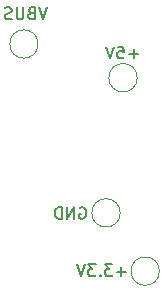
<source format=gbr>
%TF.GenerationSoftware,KiCad,Pcbnew,(5.1.10)-1*%
%TF.CreationDate,2021-09-17T22:01:12+03:00*%
%TF.ProjectId,G800Interface,47383030-496e-4746-9572-666163652e6b,rev?*%
%TF.SameCoordinates,Original*%
%TF.FileFunction,Legend,Bot*%
%TF.FilePolarity,Positive*%
%FSLAX46Y46*%
G04 Gerber Fmt 4.6, Leading zero omitted, Abs format (unit mm)*
G04 Created by KiCad (PCBNEW (5.1.10)-1) date 2021-09-17 22:01:12*
%MOMM*%
%LPD*%
G01*
G04 APERTURE LIST*
%ADD10C,0.150000*%
%ADD11C,0.120000*%
G04 APERTURE END LIST*
D10*
X97400000Y-97791428D02*
X96638095Y-97791428D01*
X97019047Y-98172380D02*
X97019047Y-97410476D01*
X96257142Y-97172380D02*
X95638095Y-97172380D01*
X95971428Y-97553333D01*
X95828571Y-97553333D01*
X95733333Y-97600952D01*
X95685714Y-97648571D01*
X95638095Y-97743809D01*
X95638095Y-97981904D01*
X95685714Y-98077142D01*
X95733333Y-98124761D01*
X95828571Y-98172380D01*
X96114285Y-98172380D01*
X96209523Y-98124761D01*
X96257142Y-98077142D01*
X95209523Y-98077142D02*
X95161904Y-98124761D01*
X95209523Y-98172380D01*
X95257142Y-98124761D01*
X95209523Y-98077142D01*
X95209523Y-98172380D01*
X94828571Y-97172380D02*
X94209523Y-97172380D01*
X94542857Y-97553333D01*
X94400000Y-97553333D01*
X94304761Y-97600952D01*
X94257142Y-97648571D01*
X94209523Y-97743809D01*
X94209523Y-97981904D01*
X94257142Y-98077142D01*
X94304761Y-98124761D01*
X94400000Y-98172380D01*
X94685714Y-98172380D01*
X94780952Y-98124761D01*
X94828571Y-98077142D01*
X93923809Y-97172380D02*
X93590476Y-98172380D01*
X93257142Y-97172380D01*
X93471904Y-92360000D02*
X93567142Y-92312380D01*
X93710000Y-92312380D01*
X93852857Y-92360000D01*
X93948095Y-92455238D01*
X93995714Y-92550476D01*
X94043333Y-92740952D01*
X94043333Y-92883809D01*
X93995714Y-93074285D01*
X93948095Y-93169523D01*
X93852857Y-93264761D01*
X93710000Y-93312380D01*
X93614761Y-93312380D01*
X93471904Y-93264761D01*
X93424285Y-93217142D01*
X93424285Y-92883809D01*
X93614761Y-92883809D01*
X92995714Y-93312380D02*
X92995714Y-92312380D01*
X92424285Y-93312380D01*
X92424285Y-92312380D01*
X91948095Y-93312380D02*
X91948095Y-92312380D01*
X91710000Y-92312380D01*
X91567142Y-92360000D01*
X91471904Y-92455238D01*
X91424285Y-92550476D01*
X91376666Y-92740952D01*
X91376666Y-92883809D01*
X91424285Y-93074285D01*
X91471904Y-93169523D01*
X91567142Y-93264761D01*
X91710000Y-93312380D01*
X91948095Y-93312380D01*
X98425714Y-79341428D02*
X97663809Y-79341428D01*
X98044761Y-79722380D02*
X98044761Y-78960476D01*
X96711428Y-78722380D02*
X97187619Y-78722380D01*
X97235238Y-79198571D01*
X97187619Y-79150952D01*
X97092380Y-79103333D01*
X96854285Y-79103333D01*
X96759047Y-79150952D01*
X96711428Y-79198571D01*
X96663809Y-79293809D01*
X96663809Y-79531904D01*
X96711428Y-79627142D01*
X96759047Y-79674761D01*
X96854285Y-79722380D01*
X97092380Y-79722380D01*
X97187619Y-79674761D01*
X97235238Y-79627142D01*
X96378095Y-78722380D02*
X96044761Y-79722380D01*
X95711428Y-78722380D01*
X90713333Y-75412380D02*
X90380000Y-76412380D01*
X90046666Y-75412380D01*
X89380000Y-75888571D02*
X89237142Y-75936190D01*
X89189523Y-75983809D01*
X89141904Y-76079047D01*
X89141904Y-76221904D01*
X89189523Y-76317142D01*
X89237142Y-76364761D01*
X89332380Y-76412380D01*
X89713333Y-76412380D01*
X89713333Y-75412380D01*
X89380000Y-75412380D01*
X89284761Y-75460000D01*
X89237142Y-75507619D01*
X89189523Y-75602857D01*
X89189523Y-75698095D01*
X89237142Y-75793333D01*
X89284761Y-75840952D01*
X89380000Y-75888571D01*
X89713333Y-75888571D01*
X88713333Y-75412380D02*
X88713333Y-76221904D01*
X88665714Y-76317142D01*
X88618095Y-76364761D01*
X88522857Y-76412380D01*
X88332380Y-76412380D01*
X88237142Y-76364761D01*
X88189523Y-76317142D01*
X88141904Y-76221904D01*
X88141904Y-75412380D01*
X87713333Y-76364761D02*
X87570476Y-76412380D01*
X87332380Y-76412380D01*
X87237142Y-76364761D01*
X87189523Y-76317142D01*
X87141904Y-76221904D01*
X87141904Y-76126666D01*
X87189523Y-76031428D01*
X87237142Y-75983809D01*
X87332380Y-75936190D01*
X87522857Y-75888571D01*
X87618095Y-75840952D01*
X87665714Y-75793333D01*
X87713333Y-75698095D01*
X87713333Y-75602857D01*
X87665714Y-75507619D01*
X87618095Y-75460000D01*
X87522857Y-75412380D01*
X87284761Y-75412380D01*
X87141904Y-75460000D01*
D11*
%TO.C,TP4*%
X96910000Y-92810000D02*
G75*
G03*
X96910000Y-92810000I-1200000J0D01*
G01*
%TO.C,TP3*%
X100230000Y-97740000D02*
G75*
G03*
X100230000Y-97740000I-1200000J0D01*
G01*
%TO.C,TP2*%
X89960000Y-78510000D02*
G75*
G03*
X89960000Y-78510000I-1200000J0D01*
G01*
%TO.C,TP1*%
X98350000Y-81360000D02*
G75*
G03*
X98350000Y-81360000I-1200000J0D01*
G01*
%TD*%
M02*

</source>
